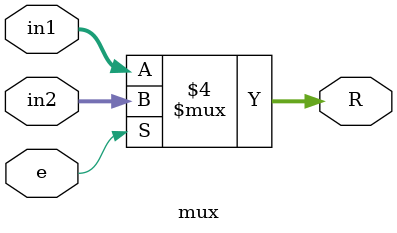
<source format=v>
`timescale 1ns/100ps

module mux(in1, in2, e, R);

	input [7:0] in1, in2;
	input e;
	output reg [7:0] R;
	
	always@(*)
	begin
	
		if (e == 1'b0)
			R = in1;
		else
			R = in2;
	end
endmodule
</source>
